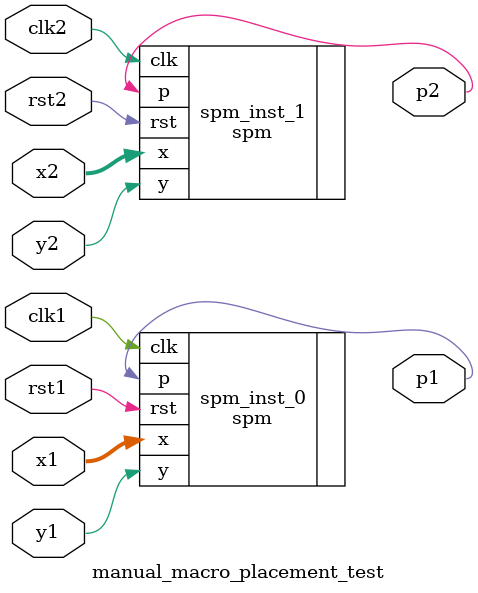
<source format=v>
`default_nettype none

module manual_macro_placement_test(
    clk1,
    clk2,
    rst1,
    rst2,
    x1,
    x2,
    y1,
    y2,
    p1,
    p2
);
    parameter size = 32;
    input clk1, rst1;
    input clk2, rst2;
    input y1;
    input y2;
    input[size-1:0] x1;
    input[size-1:0] x2;
    output p1;
    output p2;

    spm spm_inst_0 (.clk(clk1), .rst(rst1), .x(x1), .y(y1), .p(p1));
    spm spm_inst_1 (.clk(clk2), .rst(rst2), .x(x2), .y(y2), .p(p2));
endmodule
</source>
